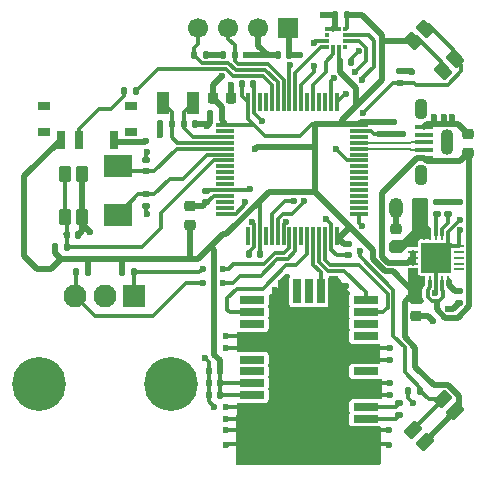
<source format=gbr>
%TF.GenerationSoftware,KiCad,Pcbnew,9.0.2*%
%TF.CreationDate,2025-07-15T12:28:35-04:00*%
%TF.ProjectId,GPSWatch,47505357-6174-4636-982e-6b696361645f,rev?*%
%TF.SameCoordinates,Original*%
%TF.FileFunction,Copper,L1,Top*%
%TF.FilePolarity,Positive*%
%FSLAX46Y46*%
G04 Gerber Fmt 4.6, Leading zero omitted, Abs format (unit mm)*
G04 Created by KiCad (PCBNEW 9.0.2) date 2025-07-15 12:28:35*
%MOMM*%
%LPD*%
G01*
G04 APERTURE LIST*
G04 Aperture macros list*
%AMRoundRect*
0 Rectangle with rounded corners*
0 $1 Rounding radius*
0 $2 $3 $4 $5 $6 $7 $8 $9 X,Y pos of 4 corners*
0 Add a 4 corners polygon primitive as box body*
4,1,4,$2,$3,$4,$5,$6,$7,$8,$9,$2,$3,0*
0 Add four circle primitives for the rounded corners*
1,1,$1+$1,$2,$3*
1,1,$1+$1,$4,$5*
1,1,$1+$1,$6,$7*
1,1,$1+$1,$8,$9*
0 Add four rect primitives between the rounded corners*
20,1,$1+$1,$2,$3,$4,$5,0*
20,1,$1+$1,$4,$5,$6,$7,0*
20,1,$1+$1,$6,$7,$8,$9,0*
20,1,$1+$1,$8,$9,$2,$3,0*%
G04 Aperture macros list end*
%TA.AperFunction,SMDPad,CuDef*%
%ADD10RoundRect,0.075000X-0.700000X-0.075000X0.700000X-0.075000X0.700000X0.075000X-0.700000X0.075000X0*%
%TD*%
%TA.AperFunction,SMDPad,CuDef*%
%ADD11RoundRect,0.075000X-0.075000X-0.700000X0.075000X-0.700000X0.075000X0.700000X-0.075000X0.700000X0*%
%TD*%
%TA.AperFunction,SMDPad,CuDef*%
%ADD12RoundRect,0.140000X0.140000X0.170000X-0.140000X0.170000X-0.140000X-0.170000X0.140000X-0.170000X0*%
%TD*%
%TA.AperFunction,SMDPad,CuDef*%
%ADD13R,0.700000X1.500000*%
%TD*%
%TA.AperFunction,SMDPad,CuDef*%
%ADD14R,1.000000X0.800000*%
%TD*%
%TA.AperFunction,SMDPad,CuDef*%
%ADD15RoundRect,0.135000X-0.185000X0.135000X-0.185000X-0.135000X0.185000X-0.135000X0.185000X0.135000X0*%
%TD*%
%TA.AperFunction,SMDPad,CuDef*%
%ADD16RoundRect,0.225000X0.250000X-0.225000X0.250000X0.225000X-0.250000X0.225000X-0.250000X-0.225000X0*%
%TD*%
%TA.AperFunction,HeatsinkPad*%
%ADD17R,2.500000X2.500000*%
%TD*%
%TA.AperFunction,SMDPad,CuDef*%
%ADD18RoundRect,0.062500X0.350000X-0.062500X0.350000X0.062500X-0.350000X0.062500X-0.350000X-0.062500X0*%
%TD*%
%TA.AperFunction,SMDPad,CuDef*%
%ADD19RoundRect,0.062500X0.062500X-0.350000X0.062500X0.350000X-0.062500X0.350000X-0.062500X-0.350000X0*%
%TD*%
%TA.AperFunction,SMDPad,CuDef*%
%ADD20RoundRect,0.225000X-0.250000X0.225000X-0.250000X-0.225000X0.250000X-0.225000X0.250000X0.225000X0*%
%TD*%
%TA.AperFunction,ComponentPad*%
%ADD21RoundRect,0.250000X0.350000X0.625000X-0.350000X0.625000X-0.350000X-0.625000X0.350000X-0.625000X0*%
%TD*%
%TA.AperFunction,ComponentPad*%
%ADD22O,1.200000X1.750000*%
%TD*%
%TA.AperFunction,HeatsinkPad*%
%ADD23O,1.100000X1.800000*%
%TD*%
%TA.AperFunction,HeatsinkPad*%
%ADD24O,1.100000X2.200000*%
%TD*%
%TA.AperFunction,SMDPad,CuDef*%
%ADD25R,1.500000X0.450000*%
%TD*%
%TA.AperFunction,SMDPad,CuDef*%
%ADD26RoundRect,0.250000X-0.275000X0.450000X-0.275000X-0.450000X0.275000X-0.450000X0.275000X0.450000X0*%
%TD*%
%TA.AperFunction,SMDPad,CuDef*%
%ADD27RoundRect,0.140000X-0.140000X-0.170000X0.140000X-0.170000X0.140000X0.170000X-0.140000X0.170000X0*%
%TD*%
%TA.AperFunction,SMDPad,CuDef*%
%ADD28RoundRect,0.135000X0.135000X0.185000X-0.135000X0.185000X-0.135000X-0.185000X0.135000X-0.185000X0*%
%TD*%
%TA.AperFunction,SMDPad,CuDef*%
%ADD29R,0.300000X0.350000*%
%TD*%
%TA.AperFunction,SMDPad,CuDef*%
%ADD30R,0.350000X0.300000*%
%TD*%
%TA.AperFunction,SMDPad,CuDef*%
%ADD31RoundRect,0.135000X0.185000X-0.135000X0.185000X0.135000X-0.185000X0.135000X-0.185000X-0.135000X0*%
%TD*%
%TA.AperFunction,SMDPad,CuDef*%
%ADD32RoundRect,0.140000X-0.170000X0.140000X-0.170000X-0.140000X0.170000X-0.140000X0.170000X0.140000X0*%
%TD*%
%TA.AperFunction,SMDPad,CuDef*%
%ADD33R,1.100000X1.900000*%
%TD*%
%TA.AperFunction,SMDPad,CuDef*%
%ADD34RoundRect,0.135000X-0.135000X-0.185000X0.135000X-0.185000X0.135000X0.185000X-0.135000X0.185000X0*%
%TD*%
%TA.AperFunction,ComponentPad*%
%ADD35R,1.700000X1.700000*%
%TD*%
%TA.AperFunction,ComponentPad*%
%ADD36C,1.700000*%
%TD*%
%TA.AperFunction,SMDPad,CuDef*%
%ADD37RoundRect,0.140000X0.170000X-0.140000X0.170000X0.140000X-0.170000X0.140000X-0.170000X-0.140000X0*%
%TD*%
%TA.AperFunction,SMDPad,CuDef*%
%ADD38R,2.400000X1.900000*%
%TD*%
%TA.AperFunction,SMDPad,CuDef*%
%ADD39RoundRect,0.250000X0.512652X-0.123744X-0.123744X0.512652X-0.512652X0.123744X0.123744X-0.512652X0*%
%TD*%
%TA.AperFunction,SMDPad,CuDef*%
%ADD40RoundRect,0.218750X-0.256250X0.218750X-0.256250X-0.218750X0.256250X-0.218750X0.256250X0.218750X0*%
%TD*%
%TA.AperFunction,SMDPad,CuDef*%
%ADD41RoundRect,0.225000X-0.225000X-0.250000X0.225000X-0.250000X0.225000X0.250000X-0.225000X0.250000X0*%
%TD*%
%TA.AperFunction,SMDPad,CuDef*%
%ADD42RoundRect,0.250000X-0.123744X-0.512652X0.512652X0.123744X0.123744X0.512652X-0.512652X-0.123744X0*%
%TD*%
%TA.AperFunction,ComponentPad*%
%ADD43R,1.950000X1.950000*%
%TD*%
%TA.AperFunction,ComponentPad*%
%ADD44C,1.950000*%
%TD*%
%TA.AperFunction,ComponentPad*%
%ADD45C,4.562000*%
%TD*%
%TA.AperFunction,SMDPad,CuDef*%
%ADD46R,2.150000X0.700000*%
%TD*%
%TA.AperFunction,SMDPad,CuDef*%
%ADD47R,0.700000X2.150000*%
%TD*%
%TA.AperFunction,ViaPad*%
%ADD48C,0.600000*%
%TD*%
%TA.AperFunction,Conductor*%
%ADD49C,0.300000*%
%TD*%
%TA.AperFunction,Conductor*%
%ADD50C,0.500000*%
%TD*%
%TA.AperFunction,Conductor*%
%ADD51C,0.200000*%
%TD*%
G04 APERTURE END LIST*
D10*
%TO.P,U2,1,VBAT*%
%TO.N,+3.3V*%
X125425000Y-113950000D03*
%TO.P,U2,2,PC13*%
%TO.N,unconnected-(U2-PC13-Pad2)*%
X125425000Y-114450000D03*
%TO.P,U2,3,PC14*%
%TO.N,/LSE_IN*%
X125425000Y-114950000D03*
%TO.P,U2,4,PC15*%
%TO.N,/LSE_OUT*%
X125425000Y-115450000D03*
%TO.P,U2,5,PH0*%
%TO.N,/HSE_IN*%
X125425000Y-115950000D03*
%TO.P,U2,6,PH1*%
%TO.N,/HSE_OUT*%
X125425000Y-116450000D03*
%TO.P,U2,7,NRST*%
%TO.N,Net-(U2-NRST)*%
X125425000Y-116950000D03*
%TO.P,U2,8,PC0*%
%TO.N,unconnected-(U2-PC0-Pad8)*%
X125425000Y-117450000D03*
%TO.P,U2,9,PC1*%
%TO.N,unconnected-(U2-PC1-Pad9)*%
X125425000Y-117950000D03*
%TO.P,U2,10,PC2*%
%TO.N,unconnected-(U2-PC2-Pad10)*%
X125425000Y-118450000D03*
%TO.P,U2,11,PC3*%
%TO.N,unconnected-(U2-PC3-Pad11)*%
X125425000Y-118950000D03*
%TO.P,U2,12,VSSA*%
%TO.N,GND*%
X125425000Y-119450000D03*
%TO.P,U2,13,VDDA*%
%TO.N,Net-(U2-VDDA)*%
X125425000Y-119950000D03*
%TO.P,U2,14,PA0*%
%TO.N,unconnected-(U2-PA0-Pad14)*%
X125425000Y-120450000D03*
%TO.P,U2,15,PA1*%
%TO.N,unconnected-(U2-PA1-Pad15)*%
X125425000Y-120950000D03*
%TO.P,U2,16,PA2*%
%TO.N,/SD_CS*%
X125425000Y-121450000D03*
D11*
%TO.P,U2,17,PA3*%
%TO.N,unconnected-(U2-PA3-Pad17)*%
X127350000Y-123375000D03*
%TO.P,U2,18,VSS*%
%TO.N,GND*%
X127850000Y-123375000D03*
%TO.P,U2,19,VDD*%
%TO.N,+3.3V*%
X128350000Y-123375000D03*
%TO.P,U2,20,PA4*%
%TO.N,unconnected-(U2-PA4-Pad20)*%
X128850000Y-123375000D03*
%TO.P,U2,21,PA5*%
%TO.N,/SD_SCK*%
X129350000Y-123375000D03*
%TO.P,U2,22,PA6*%
%TO.N,/SD_MISO*%
X129850000Y-123375000D03*
%TO.P,U2,23,PA7*%
%TO.N,/SD_MOSI*%
X130350000Y-123375000D03*
%TO.P,U2,24,PC4*%
%TO.N,/ENC_A*%
X130850000Y-123375000D03*
%TO.P,U2,25,PC5*%
%TO.N,/ENC_B*%
X131350000Y-123375000D03*
%TO.P,U2,26,PB0*%
%TO.N,unconnected-(U2-PB0-Pad26)*%
X131850000Y-123375000D03*
%TO.P,U2,27,PB1*%
%TO.N,/3D_FIX*%
X132350000Y-123375000D03*
%TO.P,U2,28,PB2*%
%TO.N,/GPS_FON*%
X132850000Y-123375000D03*
%TO.P,U2,29,PB10*%
%TO.N,/GPS_RX*%
X133350000Y-123375000D03*
%TO.P,U2,30,PB11*%
%TO.N,/GPS_TX*%
X133850000Y-123375000D03*
%TO.P,U2,31,VSS*%
%TO.N,GND*%
X134350000Y-123375000D03*
%TO.P,U2,32,VDD*%
%TO.N,+3.3V*%
X134850000Y-123375000D03*
D10*
%TO.P,U2,33,PB12*%
%TO.N,/BTN_BCK*%
X136775000Y-121450000D03*
%TO.P,U2,34,PB13*%
%TO.N,unconnected-(U2-PB13-Pad34)*%
X136775000Y-120950000D03*
%TO.P,U2,35,PB14*%
%TO.N,unconnected-(U2-PB14-Pad35)*%
X136775000Y-120450000D03*
%TO.P,U2,36,PB15*%
%TO.N,unconnected-(U2-PB15-Pad36)*%
X136775000Y-119950000D03*
%TO.P,U2,37,PC6*%
%TO.N,unconnected-(U2-PC6-Pad37)*%
X136775000Y-119450000D03*
%TO.P,U2,38,PC7*%
%TO.N,unconnected-(U2-PC7-Pad38)*%
X136775000Y-118950000D03*
%TO.P,U2,39,PC8*%
%TO.N,unconnected-(U2-PC8-Pad39)*%
X136775000Y-118450000D03*
%TO.P,U2,40,PC9*%
%TO.N,unconnected-(U2-PC9-Pad40)*%
X136775000Y-117950000D03*
%TO.P,U2,41,PA8*%
%TO.N,unconnected-(U2-PA8-Pad41)*%
X136775000Y-117450000D03*
%TO.P,U2,42,PA9*%
%TO.N,/BTN_SEL*%
X136775000Y-116950000D03*
%TO.P,U2,43,PA10*%
%TO.N,unconnected-(U2-PA10-Pad43)*%
X136775000Y-116450000D03*
%TO.P,U2,44,PA11*%
%TO.N,/USB_D-*%
X136775000Y-115950000D03*
%TO.P,U2,45,PA12*%
%TO.N,/USB_D+*%
X136775000Y-115450000D03*
%TO.P,U2,46,PA13*%
%TO.N,unconnected-(U2-PA13-Pad46)*%
X136775000Y-114950000D03*
%TO.P,U2,47,VSS*%
%TO.N,GND*%
X136775000Y-114450000D03*
%TO.P,U2,48,VDDUSB*%
%TO.N,+3.3V*%
X136775000Y-113950000D03*
D11*
%TO.P,U2,49,PA14*%
%TO.N,/ACCEl_INT2*%
X134850000Y-112025000D03*
%TO.P,U2,50,PA15*%
%TO.N,/ACCEl_INT1*%
X134350000Y-112025000D03*
%TO.P,U2,51,PC10*%
%TO.N,unconnected-(U2-PC10-Pad51)*%
X133850000Y-112025000D03*
%TO.P,U2,52,PC11*%
%TO.N,unconnected-(U2-PC11-Pad52)*%
X133350000Y-112025000D03*
%TO.P,U2,53,PC12*%
%TO.N,/ACC_MOSI*%
X132850000Y-112025000D03*
%TO.P,U2,54,PD2*%
%TO.N,unconnected-(U2-PD2-Pad54)*%
X132350000Y-112025000D03*
%TO.P,U2,55,PB3*%
%TO.N,/ACC_SCK*%
X131850000Y-112025000D03*
%TO.P,U2,56,PB4*%
%TO.N,/ACC_MISO*%
X131350000Y-112025000D03*
%TO.P,U2,57,PB5*%
%TO.N,/SD_DET*%
X130850000Y-112025000D03*
%TO.P,U2,58,PB6*%
%TO.N,/DISP_SCL*%
X130350000Y-112025000D03*
%TO.P,U2,59,PB7*%
%TO.N,/DISP_SDA*%
X129850000Y-112025000D03*
%TO.P,U2,60,BOOT0*%
%TO.N,Net-(U2-BOOT0)*%
X129350000Y-112025000D03*
%TO.P,U2,61,PB8*%
%TO.N,unconnected-(U2-PB8-Pad61)*%
X128850000Y-112025000D03*
%TO.P,U2,62,PB9*%
%TO.N,unconnected-(U2-PB9-Pad62)*%
X128350000Y-112025000D03*
%TO.P,U2,63,VSS*%
%TO.N,GND*%
X127850000Y-112025000D03*
%TO.P,U2,64,VDD*%
%TO.N,+3.3V*%
X127350000Y-112025000D03*
%TD*%
D12*
%TO.P,C15,2*%
%TO.N,GND*%
X124145000Y-113000000D03*
%TO.P,C15,1*%
%TO.N,+3.3V*%
X125105000Y-113000000D03*
%TD*%
D13*
%TO.P,SW1,3,C*%
%TO.N,+3.3V*%
X111500000Y-115200000D03*
%TO.P,SW1,2,B*%
%TO.N,Net-(SW1-B)*%
X113000000Y-115200000D03*
%TO.P,SW1,1,A*%
%TO.N,GND*%
X116000000Y-115200000D03*
D14*
%TO.P,SW1,*%
%TO.N,*%
X110100000Y-112340000D03*
X110100000Y-114550000D03*
X117400000Y-112340000D03*
X117400000Y-114550000D03*
%TD*%
D15*
%TO.P,R11,2*%
%TO.N,/BTN_SEL*%
X140200000Y-110410000D03*
%TO.P,R11,1*%
%TO.N,GND*%
X140200000Y-109390000D03*
%TD*%
D16*
%TO.P,C1,2*%
%TO.N,GND*%
X145965500Y-114725000D03*
%TO.P,C1,1*%
%TO.N,/VBUS*%
X145965500Y-116275000D03*
%TD*%
D17*
%TO.P,U4,21,V_{SS}*%
%TO.N,GND*%
X143275000Y-125175000D03*
D18*
%TO.P,U4,20,OUT*%
%TO.N,+3.3V*%
X141337500Y-126175000D03*
%TO.P,U4,19,IN*%
%TO.N,/VBUS*%
X141337500Y-125675000D03*
%TO.P,U4,18,IN*%
X141337500Y-125175000D03*
%TO.P,U4,17,CE*%
X141337500Y-124675000D03*
%TO.P,U4,16,V_{BAT_SENSE}*%
%TO.N,Net-(J1-Pin_1)*%
X141337500Y-124175000D03*
D19*
%TO.P,U4,15,V_{BAT}*%
X142275000Y-123237500D03*
%TO.P,U4,14,V_{BAT}*%
X142775000Y-123237500D03*
%TO.P,U4,13,PROG1*%
%TO.N,Net-(U4-PROG1)*%
X143275000Y-123237500D03*
%TO.P,U4,12,PROG3*%
%TO.N,Net-(U4-PROG3)*%
X143775000Y-123237500D03*
%TO.P,U4,11,V_{SS}*%
%TO.N,GND*%
X144275000Y-123237500D03*
D18*
%TO.P,U4,10,V_{SS}*%
X145212500Y-124175000D03*
%TO.P,U4,9,~{TE}*%
%TO.N,unconnected-(U4-~{TE}-Pad9)*%
X145212500Y-124675000D03*
%TO.P,U4,8,STAT1/~{LBO}*%
%TO.N,unconnected-(U4-STAT1{slash}~{LBO}-Pad8)*%
X145212500Y-125175000D03*
%TO.P,U4,7,STAT2*%
%TO.N,unconnected-(U4-STAT2-Pad7)*%
X145212500Y-125675000D03*
%TO.P,U4,6,~{PG}*%
%TO.N,unconnected-(U4-~{PG}-Pad6)*%
X145212500Y-126175000D03*
D19*
%TO.P,U4,5,THERM*%
%TO.N,Net-(U4-THERM)*%
X144275000Y-127112500D03*
%TO.P,U4,4,PROG2*%
%TO.N,/VBUS*%
X143775000Y-127112500D03*
%TO.P,U4,3,SEL*%
%TO.N,GND*%
X143275000Y-127112500D03*
%TO.P,U4,2,VPCC*%
%TO.N,/VBUS*%
X142775000Y-127112500D03*
%TO.P,U4,1,OUT*%
%TO.N,+3.3V*%
X142275000Y-127112500D03*
%TD*%
D20*
%TO.P,C2,1*%
%TO.N,+3.3V*%
X141600000Y-128525000D03*
%TO.P,C2,2*%
%TO.N,GND*%
X141600000Y-130075000D03*
%TD*%
D15*
%TO.P,TH1,1*%
%TO.N,Net-(U4-THERM)*%
X145200000Y-127990000D03*
%TO.P,TH1,2*%
%TO.N,GND*%
X145200000Y-129010000D03*
%TD*%
D21*
%TO.P,J1,1,Pin_1*%
%TO.N,Net-(J1-Pin_1)*%
X141900000Y-121000000D03*
D22*
%TO.P,J1,2,Pin_2*%
%TO.N,GND*%
X139900000Y-121000000D03*
%TD*%
D23*
%TO.P,J2,6,Shield*%
%TO.N,unconnected-(J2-Shield-Pad6)*%
X142015500Y-112600000D03*
D24*
%TO.N,unconnected-(J2-Shield-Pad6)_2*%
X144165500Y-115400000D03*
D23*
%TO.N,unconnected-(J2-Shield-Pad6)_1*%
X142015500Y-118200000D03*
D25*
%TO.P,J2,5,GND*%
%TO.N,GND*%
X142265500Y-114100000D03*
%TO.P,J2,4,ID*%
%TO.N,unconnected-(J2-ID-Pad4)*%
X142265500Y-114750000D03*
%TO.P,J2,3,D+*%
%TO.N,/USB_D+*%
X142265500Y-115400000D03*
%TO.P,J2,2,D-*%
%TO.N,/USB_D-*%
X142265500Y-116050000D03*
%TO.P,J2,1,VBUS*%
%TO.N,/VBUS*%
X142265500Y-116700000D03*
%TD*%
D26*
%TO.P,SW5,1,1*%
%TO.N,GND*%
X113320000Y-118100000D03*
X113320000Y-121700000D03*
%TO.P,SW5,2,2*%
%TO.N,Net-(U2-NRST)*%
X111880000Y-118100000D03*
X111880000Y-121700000D03*
%TD*%
D15*
%TO.P,R1,1*%
%TO.N,GND*%
X143300000Y-120490000D03*
%TO.P,R1,2*%
%TO.N,Net-(U4-PROG1)*%
X143300000Y-121510000D03*
%TD*%
D27*
%TO.P,C18,1*%
%TO.N,+3.3V*%
X135120000Y-108600000D03*
%TO.P,C18,2*%
%TO.N,GND*%
X136080000Y-108600000D03*
%TD*%
D28*
%TO.P,R8,1*%
%TO.N,+3.3V*%
X113810000Y-126400000D03*
%TO.P,R8,2*%
%TO.N,/ENC_B*%
X112790000Y-126400000D03*
%TD*%
D27*
%TO.P,C17,1*%
%TO.N,+3.3V*%
X129880000Y-107980000D03*
%TO.P,C17,2*%
%TO.N,GND*%
X130840000Y-107980000D03*
%TD*%
D12*
%TO.P,C20,1*%
%TO.N,GND*%
X112980000Y-123300000D03*
%TO.P,C20,2*%
%TO.N,Net-(U2-NRST)*%
X112020000Y-123300000D03*
%TD*%
D29*
%TO.P,IC2,1,SDO*%
%TO.N,/ACC_MISO*%
X134050000Y-107375000D03*
%TO.P,IC2,2,SDX*%
%TO.N,/ACC_MOSI*%
X134550000Y-107375000D03*
%TO.P,IC2,3,VDDIO*%
%TO.N,+3.3V*%
X135050000Y-107375000D03*
%TO.P,IC2,4,ASDA*%
%TO.N,unconnected-(IC2-ASDA-Pad4)*%
X135550000Y-107375000D03*
D30*
%TO.P,IC2,5,INT1*%
%TO.N,/ACCEl_INT1*%
X135575000Y-106850000D03*
%TO.P,IC2,6,INT2*%
%TO.N,/ACCEl_INT2*%
X135575000Y-106350000D03*
D29*
%TO.P,IC2,7,VDD*%
%TO.N,+3.3V*%
X135550000Y-105825000D03*
%TO.P,IC2,8,GNDIO*%
%TO.N,GND*%
X135050000Y-105825000D03*
%TO.P,IC2,9,GND*%
X134550000Y-105825000D03*
%TO.P,IC2,10,CSB*%
X134050000Y-105825000D03*
D30*
%TO.P,IC2,11,ASCL*%
%TO.N,unconnected-(IC2-ASCL-Pad11)*%
X134025000Y-106350000D03*
%TO.P,IC2,12,SCX*%
%TO.N,/ACC_SCK*%
X134025000Y-106850000D03*
%TD*%
D31*
%TO.P,R12,1*%
%TO.N,Net-(U1-RF_OUT)*%
X140150000Y-138510000D03*
%TO.P,R12,2*%
%TO.N,Net-(U1-RF_IN)*%
X140150000Y-137490000D03*
%TD*%
D27*
%TO.P,C19,1*%
%TO.N,GND*%
X134720000Y-104600000D03*
%TO.P,C19,2*%
%TO.N,+3.3V*%
X135680000Y-104600000D03*
%TD*%
D20*
%TO.P,C3,1*%
%TO.N,GND*%
X139900000Y-122725000D03*
%TO.P,C3,2*%
%TO.N,Net-(J1-Pin_1)*%
X139900000Y-124275000D03*
%TD*%
D32*
%TO.P,C9,1*%
%TO.N,+3.3V*%
X139600000Y-113720000D03*
%TO.P,C9,2*%
%TO.N,GND*%
X139600000Y-114680000D03*
%TD*%
D33*
%TO.P,Y2,1*%
%TO.N,/LSE_IN*%
X122650000Y-112100000D03*
%TO.P,Y2,2*%
%TO.N,/LSE_OUT*%
X120150000Y-112100000D03*
%TD*%
D34*
%TO.P,R3,1*%
%TO.N,Net-(SW1-B)*%
X116840000Y-111040000D03*
%TO.P,R3,2*%
%TO.N,Net-(U2-BOOT0)*%
X117860000Y-111040000D03*
%TD*%
D35*
%TO.P,J5,1,Pin_1*%
%TO.N,GND*%
X130760000Y-105700000D03*
D36*
%TO.P,J5,2,Pin_2*%
%TO.N,+3.3V*%
X128220000Y-105700000D03*
%TO.P,J5,3,Pin_3*%
%TO.N,/DISP_SCL*%
X125680000Y-105700000D03*
%TO.P,J5,4,Pin_4*%
%TO.N,/DISP_SDA*%
X123140000Y-105700000D03*
%TD*%
D32*
%TO.P,C10,1*%
%TO.N,+3.3V*%
X138500000Y-113720000D03*
%TO.P,C10,2*%
%TO.N,GND*%
X138500000Y-114680000D03*
%TD*%
D37*
%TO.P,C13,1*%
%TO.N,/HSE_IN*%
X118700000Y-117880000D03*
%TO.P,C13,2*%
%TO.N,GND*%
X118700000Y-116920000D03*
%TD*%
D27*
%TO.P,C11,1*%
%TO.N,/LSE_IN*%
X121920000Y-113900000D03*
%TO.P,C11,2*%
%TO.N,GND*%
X122880000Y-113900000D03*
%TD*%
D34*
%TO.P,R10,1*%
%TO.N,GND*%
X140890000Y-136450000D03*
%TO.P,R10,2*%
%TO.N,/BTN_BCK*%
X141910000Y-136450000D03*
%TD*%
%TO.P,R6,1*%
%TO.N,+3.3V*%
X110990000Y-124300000D03*
%TO.P,R6,2*%
%TO.N,Net-(U2-NRST)*%
X112010000Y-124300000D03*
%TD*%
D38*
%TO.P,Y3,1*%
%TO.N,/HSE_IN*%
X116300000Y-117450000D03*
%TO.P,Y3,2*%
%TO.N,/HSE_OUT*%
X116300000Y-121550000D03*
%TD*%
D39*
%TO.P,SW3,1,1*%
%TO.N,+3.3V*%
X143877350Y-109413818D03*
X141331766Y-106868234D03*
%TO.P,SW3,2,2*%
%TO.N,/BTN_SEL*%
X144895584Y-108395584D03*
X142350000Y-105850000D03*
%TD*%
D12*
%TO.P,C12,1*%
%TO.N,/LSE_OUT*%
X120880000Y-113900000D03*
%TO.P,C12,2*%
%TO.N,GND*%
X119920000Y-113900000D03*
%TD*%
D34*
%TO.P,R5,1*%
%TO.N,+3.3V*%
X125190000Y-108000000D03*
%TO.P,R5,2*%
%TO.N,/DISP_SCL*%
X126210000Y-108000000D03*
%TD*%
D12*
%TO.P,C23,1*%
%TO.N,+3.3V*%
X124980000Y-134800000D03*
%TO.P,C23,2*%
%TO.N,GND*%
X124020000Y-134800000D03*
%TD*%
D28*
%TO.P,R4,1*%
%TO.N,+3.3V*%
X123810000Y-108000000D03*
%TO.P,R4,2*%
%TO.N,/DISP_SDA*%
X122790000Y-108000000D03*
%TD*%
D32*
%TO.P,C14,1*%
%TO.N,/HSE_OUT*%
X118700000Y-119820000D03*
%TO.P,C14,2*%
%TO.N,GND*%
X118700000Y-120780000D03*
%TD*%
D12*
%TO.P,C21,1*%
%TO.N,+3.3V*%
X124980000Y-136800000D03*
%TO.P,C21,2*%
%TO.N,GND*%
X124020000Y-136800000D03*
%TD*%
D32*
%TO.P,C6,1*%
%TO.N,+3.3V*%
X135800000Y-124020000D03*
%TO.P,C6,2*%
%TO.N,GND*%
X135800000Y-124980000D03*
%TD*%
D12*
%TO.P,C7,1*%
%TO.N,+3.3V*%
X128380000Y-124900000D03*
%TO.P,C7,2*%
%TO.N,GND*%
X127420000Y-124900000D03*
%TD*%
D40*
%TO.P,FB1,1*%
%TO.N,Net-(U2-VDDA)*%
X122425000Y-120812500D03*
%TO.P,FB1,2*%
%TO.N,+3.3V*%
X122425000Y-122387500D03*
%TD*%
D41*
%TO.P,C4,1*%
%TO.N,+3.3V*%
X124350000Y-111700000D03*
%TO.P,C4,2*%
%TO.N,GND*%
X125900000Y-111700000D03*
%TD*%
D37*
%TO.P,C8,1*%
%TO.N,Net-(U2-VDDA)*%
X123800000Y-120500000D03*
%TO.P,C8,2*%
%TO.N,GND*%
X123800000Y-119540000D03*
%TD*%
D15*
%TO.P,R2,1*%
%TO.N,GND*%
X144300000Y-120490000D03*
%TO.P,R2,2*%
%TO.N,Net-(U4-PROG3)*%
X144300000Y-121510000D03*
%TD*%
D34*
%TO.P,R9,1*%
%TO.N,+3.3V*%
X116690000Y-126400000D03*
%TO.P,R9,2*%
%TO.N,/ENC_A*%
X117710000Y-126400000D03*
%TD*%
D27*
%TO.P,C5,1*%
%TO.N,+3.3V*%
X126820000Y-110500000D03*
%TO.P,C5,2*%
%TO.N,GND*%
X127780000Y-110500000D03*
%TD*%
D42*
%TO.P,SW4,1,1*%
%TO.N,/BTN_BCK*%
X141336182Y-139727350D03*
X143881766Y-137181766D03*
%TO.P,SW4,2,2*%
%TO.N,+3.3V*%
X142354416Y-140745584D03*
X144900000Y-138200000D03*
%TD*%
D12*
%TO.P,C22,1*%
%TO.N,+3.3V*%
X124980000Y-135800000D03*
%TO.P,C22,2*%
%TO.N,GND*%
X124020000Y-135800000D03*
%TD*%
D43*
%TO.P,U3,A1,A1*%
%TO.N,/ENC_A*%
X117700000Y-128400000D03*
D44*
%TO.P,U3,B1,B1*%
%TO.N,/ENC_B*%
X112700000Y-128400000D03*
%TO.P,U3,C1,C1*%
%TO.N,GND*%
X115200000Y-128400000D03*
D45*
%TO.P,U3,MH1,MH1*%
X120800000Y-135900000D03*
%TO.P,U3,MH2,MH2*%
X109600000Y-135900000D03*
%TD*%
D46*
%TO.P,U1,1*%
%TO.N,N/C*%
X127700000Y-128800000D03*
%TO.P,U1,2,3D_FIX*%
%TO.N,/3D_FIX*%
X127700000Y-129800000D03*
%TO.P,U1,3,I2C_SDA*%
%TO.N,unconnected-(U1-I2C_SDA-Pad3)*%
X127700000Y-130800000D03*
%TO.P,U1,4,GND*%
%TO.N,GND*%
X127700000Y-131800000D03*
%TO.P,U1,5,GND__1*%
X127700000Y-132800000D03*
%TO.P,U1,6,I2C_SCL*%
%TO.N,unconnected-(U1-I2C_SCL-Pad6)*%
X127700000Y-133800000D03*
%TO.P,U1,7,EXTINT0*%
%TO.N,unconnected-(U1-EXTINT0-Pad7)*%
X127700000Y-134800000D03*
%TO.P,U1,8,V_BCKP*%
%TO.N,+3.3V*%
X127700000Y-135800000D03*
%TO.P,U1,9,VCC*%
X127700000Y-136800000D03*
%TO.P,U1,10,GND__2*%
%TO.N,GND*%
X127700000Y-137800000D03*
%TO.P,U1,11,GND__3*%
X127700000Y-138800000D03*
%TO.P,U1,12,GND__4*%
X127700000Y-139800000D03*
%TO.P,U1,13,GND__5*%
X127700000Y-140950000D03*
%TO.P,U1,14,GND__6*%
X137300000Y-140950000D03*
%TO.P,U1,15,GND__7*%
X137300000Y-139800000D03*
%TO.P,U1,16,RF_OUT*%
%TO.N,Net-(U1-RF_OUT)*%
X137300000Y-138800000D03*
%TO.P,U1,17,RF_IN*%
%TO.N,Net-(U1-RF_IN)*%
X137300000Y-137800000D03*
%TO.P,U1,18,GND__8*%
%TO.N,GND*%
X137300000Y-136800000D03*
%TO.P,U1,19,GND__9*%
X137300000Y-135800000D03*
%TO.P,U1,20,JAM_DET*%
%TO.N,unconnected-(U1-JAM_DET-Pad20)*%
X137300000Y-134800000D03*
%TO.P,U1,21,GND__10*%
%TO.N,GND*%
X137300000Y-133800000D03*
%TO.P,U1,22,GND__11*%
X137300000Y-132800000D03*
%TO.P,U1,23,~{RESET}*%
%TO.N,unconnected-(U1-~{RESET}-Pad23)*%
X137300000Y-131800000D03*
%TO.P,U1,24,GEO_FENCE*%
%TO.N,unconnected-(U1-GEO_FENCE-Pad24)*%
X137300000Y-130800000D03*
%TO.P,U1,25,TXD1*%
%TO.N,/GPS_TX*%
X137300000Y-129800000D03*
%TO.P,U1,26,RXD1*%
%TO.N,/GPS_RX*%
X137300000Y-128800000D03*
D47*
%TO.P,U1,27,GND__12*%
%TO.N,GND*%
X134500000Y-128000000D03*
%TO.P,U1,28,FORCE_ON*%
%TO.N,/GPS_FON*%
X133500000Y-128000000D03*
%TO.P,U1,29,TIMEPULSE*%
%TO.N,unconnected-(U1-TIMEPULSE-Pad29)*%
X132500000Y-128000000D03*
%TO.P,U1,30,ANTON*%
%TO.N,unconnected-(U1-ANTON-Pad30)*%
X131500000Y-128000000D03*
%TO.P,U1,31,GND__13*%
%TO.N,GND*%
X130500000Y-128000000D03*
%TD*%
D48*
%TO.N,GND*%
X141300000Y-137450000D03*
X141250000Y-109450000D03*
%TO.N,/SD_DET*%
X130900000Y-108900000D03*
%TO.N,/SD_MISO*%
X132050003Y-120350000D03*
%TO.N,+3.3V*%
X127900000Y-116000000D03*
%TO.N,/SD_SCK*%
X131250000Y-120350000D03*
%TO.N,/SD_MOSI*%
X130551200Y-122143748D03*
%TO.N,/SD_CS*%
X127100000Y-120500000D03*
%TO.N,GND*%
X127500000Y-119400000D03*
%TO.N,+3.3V*%
X125100000Y-109822000D03*
X124500000Y-108000000D03*
X127200000Y-108000000D03*
%TO.N,/BTN_SEL*%
X134800000Y-116000000D03*
X137100000Y-112900000D03*
%TO.N,GND*%
X128500000Y-113600000D03*
%TO.N,/BTN_BCK*%
X137000000Y-122500000D03*
X136800000Y-124600000D03*
%TO.N,GND*%
X118700000Y-115300000D03*
%TO.N,/ACC_SCK*%
X132900000Y-107000000D03*
X132909620Y-108909620D03*
%TO.N,/ACCEl_INT1*%
X136400000Y-109500000D03*
X134600000Y-110000000D03*
%TO.N,/ACCEl_INT2*%
X135600000Y-111300000D03*
X137000000Y-110100000D03*
%TO.N,GND*%
X133700000Y-104600000D03*
X136700000Y-107700000D03*
X125500000Y-141000000D03*
X125500000Y-139800000D03*
X125500000Y-138800000D03*
X125500000Y-137800000D03*
X125500000Y-132800000D03*
X125500000Y-131800000D03*
X129600000Y-127900000D03*
X135600000Y-127600000D03*
X139300000Y-139800000D03*
X139300000Y-141000000D03*
X139400000Y-136800000D03*
X139400000Y-135800000D03*
X139400000Y-133800000D03*
X139400000Y-132800000D03*
X114000000Y-123000000D03*
%TO.N,/ENC_B*%
X123500000Y-127300000D03*
X125250000Y-127300000D03*
%TO.N,/ENC_A*%
X125250000Y-126100000D03*
X123500000Y-126100000D03*
%TO.N,GND*%
X119900000Y-114800000D03*
X125900000Y-110600000D03*
X123900000Y-114000000D03*
X118800000Y-116200000D03*
X118800000Y-121500000D03*
X123700000Y-133700000D03*
X127700000Y-122168907D03*
X145300000Y-120500000D03*
X143000000Y-130500000D03*
X145300000Y-122000000D03*
X145326000Y-122800000D03*
X144300000Y-129500000D03*
X143200000Y-128200000D03*
X124500000Y-137800000D03*
X133900000Y-121900000D03*
X144600000Y-113300000D03*
X143900000Y-113300000D03*
X143100000Y-113300000D03*
X131700000Y-108000000D03*
X140500000Y-114700000D03*
%TD*%
D49*
%TO.N,GND*%
X140890000Y-137040000D02*
X141300000Y-137450000D01*
X140890000Y-136450000D02*
X140890000Y-137040000D01*
%TO.N,/BTN_BCK*%
X142641766Y-137181766D02*
X143881766Y-137181766D01*
X141910000Y-136450000D02*
X142641766Y-137181766D01*
X141910000Y-136210000D02*
X140600000Y-134900000D01*
X141910000Y-136450000D02*
X141910000Y-136210000D01*
%TO.N,Net-(U1-RF_OUT)*%
X139860000Y-138800000D02*
X140150000Y-138510000D01*
X137300000Y-138800000D02*
X139860000Y-138800000D01*
%TO.N,Net-(U1-RF_IN)*%
X139840000Y-137800000D02*
X140150000Y-137490000D01*
X137300000Y-137800000D02*
X139840000Y-137800000D01*
D50*
%TO.N,+3.3V*%
X142354416Y-140745584D02*
X144900000Y-138200000D01*
D49*
%TO.N,/BTN_BCK*%
X143881766Y-137181766D02*
X141336182Y-139727350D01*
D50*
%TO.N,+3.3V*%
X140975000Y-128525000D02*
X141600000Y-128525000D01*
X140600000Y-128900000D02*
X140975000Y-128525000D01*
X140600000Y-131900000D02*
X140600000Y-128900000D01*
X141500000Y-134400000D02*
X141500000Y-132800000D01*
X143063216Y-135963216D02*
X141500000Y-134400000D01*
X141500000Y-132800000D02*
X140600000Y-131900000D01*
X144290978Y-135963216D02*
X143063216Y-135963216D01*
X145200000Y-136872238D02*
X144290978Y-135963216D01*
X144900000Y-138200000D02*
X145200000Y-137900000D01*
X145200000Y-137900000D02*
X145200000Y-136872238D01*
X138700000Y-107000000D02*
X138831766Y-106868234D01*
X138700000Y-107000000D02*
X138700000Y-106300000D01*
X138831766Y-106868234D02*
X141331766Y-106868234D01*
D49*
%TO.N,/BTN_SEL*%
X141522368Y-110532368D02*
X141400000Y-110410000D01*
X144245140Y-110532368D02*
X141522368Y-110532368D01*
X145390559Y-108890559D02*
X145390559Y-109386949D01*
X145390559Y-109386949D02*
X144245140Y-110532368D01*
X144895584Y-108395584D02*
X145390559Y-108890559D01*
D50*
%TO.N,GND*%
X141190000Y-109390000D02*
X141250000Y-109450000D01*
X140200000Y-109390000D02*
X141190000Y-109390000D01*
%TO.N,Net-(U4-THERM)*%
X144376000Y-127485999D02*
X144376000Y-127112500D01*
X144880001Y-127990000D02*
X144376000Y-127485999D01*
X145200000Y-127990000D02*
X144880001Y-127990000D01*
%TO.N,GND*%
X144710000Y-129500000D02*
X145200000Y-129010000D01*
X144300000Y-129500000D02*
X144710000Y-129500000D01*
%TO.N,/VBUS*%
X143300000Y-129562075D02*
X143300000Y-128951000D01*
X146076000Y-129286472D02*
X145111472Y-130251000D01*
X145111472Y-130251000D02*
X143988925Y-130251000D01*
X143988925Y-130251000D02*
X143300000Y-129562075D01*
X145965500Y-116275000D02*
X146076000Y-116385500D01*
X146076000Y-116385500D02*
X146076000Y-129286472D01*
D49*
%TO.N,/ENC_B*%
X112790000Y-128310000D02*
X112700000Y-128400000D01*
X112790000Y-126400000D02*
X112790000Y-128310000D01*
D50*
%TO.N,+3.3V*%
X113810000Y-125310000D02*
X113810000Y-126400000D01*
D49*
%TO.N,/LSE_IN*%
X121920000Y-112830000D02*
X122650000Y-112100000D01*
X121920000Y-113900000D02*
X121920000Y-112830000D01*
%TO.N,/SD_DET*%
X130850000Y-108950000D02*
X130900000Y-108900000D01*
X130850000Y-112025000D02*
X130850000Y-108950000D01*
%TO.N,/SD_MISO*%
X132050003Y-120470651D02*
X131027906Y-121492748D01*
X132050003Y-120350000D02*
X132050003Y-120470651D01*
X131027906Y-121492748D02*
X130281546Y-121492748D01*
D50*
%TO.N,+3.3V*%
X128100000Y-115800000D02*
X127900000Y-116000000D01*
X133000000Y-115800000D02*
X133000000Y-113849000D01*
X133000000Y-115800000D02*
X128100000Y-115800000D01*
D49*
X131700000Y-114900000D02*
X132751000Y-113849000D01*
X132751000Y-113849000D02*
X133000000Y-113849000D01*
%TO.N,/SD_SCK*%
X129350000Y-121454000D02*
X129350000Y-123375000D01*
X131250000Y-120350000D02*
X130450000Y-120350000D01*
X129348000Y-121452000D02*
X129350000Y-121454000D01*
X130450000Y-120350000D02*
X129348000Y-121452000D01*
D50*
%TO.N,+3.3V*%
X133000000Y-118000000D02*
X133000000Y-115800000D01*
X133000000Y-119600000D02*
X133000000Y-118000000D01*
X133000000Y-113849000D02*
X135300000Y-113849000D01*
X133000000Y-119600000D02*
X129100000Y-119600000D01*
X129100000Y-119600000D02*
X128600000Y-120100000D01*
X136000000Y-122600000D02*
X133000000Y-119600000D01*
D49*
%TO.N,/SD_MISO*%
X130281546Y-121492748D02*
X129850000Y-121924294D01*
X129850000Y-123375000D02*
X129850000Y-121924294D01*
%TO.N,/SD_MOSI*%
X130350000Y-122344948D02*
X130551200Y-122143748D01*
X130350000Y-123375000D02*
X130350000Y-122344948D01*
%TO.N,+3.3V*%
X128350000Y-120350000D02*
X128600000Y-120100000D01*
X128350000Y-123375000D02*
X128350000Y-120350000D01*
D50*
X128600000Y-120100000D02*
X125500000Y-123200000D01*
X125200000Y-123200000D02*
X124200000Y-124200000D01*
X125500000Y-123200000D02*
X125200000Y-123200000D01*
D49*
%TO.N,/SD_CS*%
X126304534Y-121450000D02*
X125425000Y-121450000D01*
X127100000Y-120500000D02*
X127100000Y-120654534D01*
X127100000Y-120654534D02*
X126304534Y-121450000D01*
%TO.N,GND*%
X127450000Y-119450000D02*
X127500000Y-119400000D01*
X125425000Y-119450000D02*
X127450000Y-119450000D01*
D50*
%TO.N,+3.3V*%
X124350000Y-110572000D02*
X125100000Y-109822000D01*
X124350000Y-111700000D02*
X124350000Y-110572000D01*
D49*
%TO.N,Net-(U2-BOOT0)*%
X125464959Y-109172000D02*
X119728000Y-109172000D01*
X129350000Y-110550000D02*
X128600000Y-109800000D01*
X128600000Y-109800000D02*
X126092958Y-109800000D01*
X129350000Y-112025000D02*
X129350000Y-110550000D01*
X126092958Y-109800000D02*
X125464959Y-109172000D01*
X119728000Y-109172000D02*
X117860000Y-111040000D01*
%TO.N,/DISP_SDA*%
X128807521Y-109299000D02*
X126300479Y-109299000D01*
X123461000Y-108671000D02*
X122790000Y-108000000D01*
X129850000Y-110341479D02*
X128807521Y-109299000D01*
X126300479Y-109299000D02*
X125672479Y-108671000D01*
X125672479Y-108671000D02*
X123461000Y-108671000D01*
X129850000Y-112025000D02*
X129850000Y-110341479D01*
%TO.N,/DISP_SCL*%
X126210000Y-107210000D02*
X126210000Y-108000000D01*
X125680000Y-106680000D02*
X126210000Y-107210000D01*
X125680000Y-105700000D02*
X125680000Y-106680000D01*
X126210000Y-108500000D02*
X126210000Y-108000000D01*
X126508000Y-108798000D02*
X126210000Y-108500000D01*
%TO.N,/DISP_SDA*%
X122790000Y-107410000D02*
X122790000Y-108000000D01*
X123140000Y-107060000D02*
X122790000Y-107410000D01*
X123140000Y-105700000D02*
X123140000Y-107060000D01*
D50*
%TO.N,+3.3V*%
X124500000Y-108000000D02*
X125190000Y-108000000D01*
X124500000Y-108000000D02*
X123810000Y-108000000D01*
X129000000Y-108000000D02*
X127200000Y-108000000D01*
D49*
%TO.N,/BTN_SEL*%
X135750000Y-116950000D02*
X136775000Y-116950000D01*
X134800000Y-116000000D02*
X135750000Y-116950000D01*
X139590000Y-110410000D02*
X137100000Y-112900000D01*
X141400000Y-110410000D02*
X139590000Y-110410000D01*
X145181909Y-108063675D02*
X145282225Y-108163991D01*
X142636325Y-105518091D02*
X145181909Y-108063675D01*
%TO.N,+3.3V*%
X144163675Y-109081909D02*
X141618091Y-106536325D01*
X125425000Y-113950000D02*
X127850000Y-113950000D01*
X127850000Y-113950000D02*
X128150000Y-114250000D01*
X128150000Y-114250000D02*
X128800000Y-114900000D01*
X128800000Y-114900000D02*
X131700000Y-114900000D01*
X127350000Y-113450000D02*
X128150000Y-114250000D01*
X127350000Y-112025000D02*
X127350000Y-113450000D01*
%TO.N,GND*%
X127850000Y-112950000D02*
X128500000Y-113600000D01*
X127850000Y-112025000D02*
X127850000Y-112950000D01*
D50*
%TO.N,+3.3V*%
X129000000Y-108000000D02*
X129100000Y-108000000D01*
X128220000Y-107220000D02*
X129000000Y-108000000D01*
X129860000Y-108000000D02*
X129880000Y-107980000D01*
X129100000Y-108000000D02*
X129860000Y-108000000D01*
D49*
%TO.N,/BTN_BCK*%
X136775000Y-122275000D02*
X137000000Y-122500000D01*
X136775000Y-121450000D02*
X136775000Y-122275000D01*
X139651000Y-127892306D02*
X136800000Y-125041306D01*
X139651000Y-131800942D02*
X139651000Y-127892306D01*
X140600000Y-132749942D02*
X139651000Y-131800942D01*
X140600000Y-134900000D02*
X140600000Y-132749942D01*
X136800000Y-125041306D02*
X136800000Y-124600000D01*
D50*
%TO.N,+3.3V*%
X137900000Y-124500000D02*
X136000000Y-122600000D01*
X137900000Y-125291364D02*
X137900000Y-124500000D01*
X139601000Y-126301000D02*
X138909636Y-126301000D01*
X138909636Y-126301000D02*
X137900000Y-125291364D01*
X141600000Y-128300000D02*
X139601000Y-126301000D01*
X141600000Y-128525000D02*
X141600000Y-128300000D01*
%TO.N,GND*%
X118599000Y-115401000D02*
X118700000Y-115300000D01*
X116201000Y-115401000D02*
X118599000Y-115401000D01*
X116000000Y-115200000D02*
X116201000Y-115401000D01*
D49*
%TO.N,Net-(SW1-B)*%
X115700000Y-112600000D02*
X116840000Y-111460000D01*
X115689000Y-112589000D02*
X115700000Y-112600000D01*
X113000000Y-115200000D02*
X113000000Y-114300000D01*
X113000000Y-114300000D02*
X114711000Y-112589000D01*
X114711000Y-112589000D02*
X115689000Y-112589000D01*
X116840000Y-111460000D02*
X116840000Y-111040000D01*
D50*
%TO.N,+3.3V*%
X108400000Y-125000000D02*
X108400000Y-118300000D01*
X108400000Y-118300000D02*
X111500000Y-115200000D01*
X109500000Y-126100000D02*
X108400000Y-125000000D01*
X110700000Y-126100000D02*
X109500000Y-126100000D01*
X111500000Y-125300000D02*
X110700000Y-126100000D01*
D49*
%TO.N,/ACC_SCK*%
X132909620Y-109490380D02*
X132909620Y-108909620D01*
X131850000Y-112025000D02*
X131850000Y-110550000D01*
X131850000Y-110550000D02*
X132909620Y-109490380D01*
X133050000Y-106850000D02*
X132900000Y-107000000D01*
X134025000Y-106850000D02*
X133050000Y-106850000D01*
%TO.N,/ACC_MISO*%
X131350000Y-109550000D02*
X131350000Y-112025000D01*
X133525000Y-107375000D02*
X131350000Y-109550000D01*
X134050000Y-107375000D02*
X133525000Y-107375000D01*
%TO.N,/ACC_MOSI*%
X134550000Y-107950000D02*
X134550000Y-107375000D01*
X133900000Y-109500000D02*
X133900000Y-108600000D01*
X132850000Y-110550000D02*
X133900000Y-109500000D01*
X133900000Y-108600000D02*
X134550000Y-107950000D01*
X132850000Y-112025000D02*
X132850000Y-110550000D01*
%TO.N,/ACCEl_INT1*%
X134350000Y-110250000D02*
X134600000Y-110000000D01*
X134350000Y-112025000D02*
X134350000Y-110250000D01*
X137351000Y-108549000D02*
X136400000Y-109500000D01*
X136770654Y-106850000D02*
X137351000Y-107430346D01*
X137351000Y-107430346D02*
X137351000Y-108549000D01*
X135575000Y-106850000D02*
X136770654Y-106850000D01*
%TO.N,/ACCEl_INT2*%
X135575000Y-111300000D02*
X134850000Y-112025000D01*
X135600000Y-111300000D02*
X135575000Y-111300000D01*
X137000000Y-110000000D02*
X137000000Y-110100000D01*
X138000000Y-109000000D02*
X137000000Y-110000000D01*
X137550000Y-106350000D02*
X138000000Y-106800000D01*
X138000000Y-106800000D02*
X138000000Y-109000000D01*
X135575000Y-106350000D02*
X137550000Y-106350000D01*
D50*
%TO.N,GND*%
X134720000Y-104600000D02*
X133700000Y-104600000D01*
%TO.N,+3.3V*%
X135120000Y-109420000D02*
X135120000Y-108600000D01*
X136500000Y-112300000D02*
X138700000Y-110100000D01*
X136500000Y-112300000D02*
X136500000Y-110800000D01*
X136500000Y-110800000D02*
X135120000Y-109420000D01*
X137000000Y-104600000D02*
X135680000Y-104600000D01*
X138700000Y-106300000D02*
X137000000Y-104600000D01*
X135300000Y-113849000D02*
X136775000Y-113849000D01*
X135300000Y-113849000D02*
X135300000Y-113500000D01*
X135300000Y-113500000D02*
X136500000Y-112300000D01*
X138700000Y-110100000D02*
X138700000Y-107000000D01*
X136904000Y-113720000D02*
X138500000Y-113720000D01*
X136775000Y-113849000D02*
X136904000Y-113720000D01*
D49*
%TO.N,GND*%
X136080000Y-108320000D02*
X136700000Y-107700000D01*
X136080000Y-108600000D02*
X136080000Y-108320000D01*
X125550000Y-140950000D02*
X125500000Y-141000000D01*
X127700000Y-140950000D02*
X125550000Y-140950000D01*
X127700000Y-139800000D02*
X125500000Y-139800000D01*
X127700000Y-138800000D02*
X125500000Y-138800000D01*
X127700000Y-137800000D02*
X125500000Y-137800000D01*
X127700000Y-132800000D02*
X125500000Y-132800000D01*
X127700000Y-131800000D02*
X125500000Y-131800000D01*
X129700000Y-128000000D02*
X129600000Y-127900000D01*
X130500000Y-128000000D02*
X129700000Y-128000000D01*
X135200000Y-128000000D02*
X135600000Y-127600000D01*
X134500000Y-128000000D02*
X135200000Y-128000000D01*
X137300000Y-139800000D02*
X139300000Y-139800000D01*
X139250000Y-140950000D02*
X139300000Y-141000000D01*
X137300000Y-140950000D02*
X139250000Y-140950000D01*
X137300000Y-136800000D02*
X139400000Y-136800000D01*
X137300000Y-135800000D02*
X139400000Y-135800000D01*
X137300000Y-133800000D02*
X139400000Y-133800000D01*
X137300000Y-132800000D02*
X139400000Y-132800000D01*
%TO.N,+3.3V*%
X135050000Y-108530000D02*
X135120000Y-108600000D01*
X135050000Y-107375000D02*
X135050000Y-108530000D01*
X135680000Y-105695000D02*
X135550000Y-105825000D01*
X135680000Y-104600000D02*
X135680000Y-105695000D01*
D50*
%TO.N,GND*%
X134720000Y-105655000D02*
X134550000Y-105825000D01*
X134720000Y-104600000D02*
X134720000Y-105655000D01*
D49*
X135050000Y-105825000D02*
X134550000Y-105825000D01*
X134050000Y-105825000D02*
X134550000Y-105825000D01*
%TO.N,Net-(U2-NRST)*%
X118400000Y-124300000D02*
X112010000Y-124300000D01*
X120000000Y-122700000D02*
X118400000Y-124300000D01*
X120000000Y-121400000D02*
X120000000Y-122700000D01*
X124450000Y-116950000D02*
X120000000Y-121400000D01*
X125425000Y-116950000D02*
X124450000Y-116950000D01*
X111880000Y-121700000D02*
X111880000Y-118100000D01*
X112020000Y-121840000D02*
X111880000Y-121700000D01*
X112020000Y-123300000D02*
X112020000Y-121840000D01*
D50*
%TO.N,GND*%
X113320000Y-122320000D02*
X114000000Y-123000000D01*
X113320000Y-121700000D02*
X113320000Y-122320000D01*
X113320000Y-121700000D02*
X113320000Y-118100000D01*
X113320000Y-121700000D02*
X113320000Y-122960000D01*
X113320000Y-122960000D02*
X112980000Y-123300000D01*
D49*
%TO.N,Net-(U2-NRST)*%
X112020000Y-124290000D02*
X112010000Y-124300000D01*
X112020000Y-123300000D02*
X112020000Y-124290000D01*
%TO.N,/3D_FIX*%
X132350000Y-124850000D02*
X132350000Y-123375000D01*
X128573000Y-127800000D02*
X130571000Y-125802000D01*
X126400000Y-127800000D02*
X128573000Y-127800000D01*
X131398000Y-125802000D02*
X132350000Y-124850000D01*
X125800000Y-129800000D02*
X125600000Y-129600000D01*
X125600000Y-128600000D02*
X126400000Y-127800000D01*
X130571000Y-125802000D02*
X131398000Y-125802000D01*
X127700000Y-129800000D02*
X125800000Y-129800000D01*
X125600000Y-129600000D02*
X125600000Y-128600000D01*
%TO.N,/ENC_B*%
X114400000Y-130100000D02*
X112700000Y-128400000D01*
X122100000Y-127300000D02*
X119300000Y-130100000D01*
X119300000Y-130100000D02*
X114400000Y-130100000D01*
X126400000Y-127000000D02*
X126100000Y-127300000D01*
X126700000Y-126700000D02*
X126400000Y-127000000D01*
X123500000Y-127300000D02*
X122100000Y-127300000D01*
X128400000Y-126700000D02*
X126700000Y-126700000D01*
X128408520Y-126700000D02*
X128400000Y-126700000D01*
X130192480Y-125301000D02*
X129807520Y-125301000D01*
X129704260Y-125404260D02*
X128408520Y-126700000D01*
X130699000Y-125301000D02*
X130192480Y-125301000D01*
X130700000Y-125300000D02*
X130699000Y-125301000D01*
X126100000Y-127300000D02*
X125250000Y-127300000D01*
X129807520Y-125301000D02*
X129704260Y-125404260D01*
X131350000Y-124650000D02*
X130700000Y-125300000D01*
X131350000Y-123375000D02*
X131350000Y-124650000D01*
%TO.N,/ENC_A*%
X128700000Y-125700000D02*
X129600000Y-124800000D01*
X129600000Y-124800000D02*
X130400000Y-124800000D01*
X130400000Y-124800000D02*
X130850000Y-124350000D01*
X126100000Y-125700000D02*
X128700000Y-125700000D01*
X125700000Y-126100000D02*
X126100000Y-125700000D01*
X130850000Y-124350000D02*
X130850000Y-123375000D01*
X125250000Y-126100000D02*
X125700000Y-126100000D01*
%TO.N,GND*%
X127420000Y-124684534D02*
X127420000Y-124900000D01*
X127850000Y-124254534D02*
X127420000Y-124684534D01*
X127850000Y-123375000D02*
X127850000Y-124254534D01*
%TO.N,+3.3V*%
X128350000Y-124830000D02*
X128280000Y-124900000D01*
X128350000Y-123375000D02*
X128350000Y-124830000D01*
%TO.N,/ENC_A*%
X123200000Y-126400000D02*
X123500000Y-126100000D01*
X117710000Y-126400000D02*
X123200000Y-126400000D01*
X117700000Y-126410000D02*
X117710000Y-126400000D01*
X117700000Y-128400000D02*
X117700000Y-126410000D01*
%TO.N,/GPS_TX*%
X139050000Y-129550000D02*
X139150000Y-129450000D01*
X139150000Y-129450000D02*
X139150000Y-128250000D01*
D50*
%TO.N,GND*%
X119920000Y-114780000D02*
X119900000Y-114800000D01*
X119920000Y-113900000D02*
X119920000Y-114780000D01*
X123800000Y-113900000D02*
X123900000Y-114000000D01*
X122880000Y-113900000D02*
X123800000Y-113900000D01*
X124145000Y-113755000D02*
X123900000Y-114000000D01*
X124145000Y-113000000D02*
X124145000Y-113755000D01*
X125900000Y-111700000D02*
X125900000Y-110600000D01*
%TO.N,+3.3V*%
X125105000Y-112455000D02*
X124350000Y-111700000D01*
X125105000Y-113000000D02*
X125105000Y-112455000D01*
X125105000Y-113529000D02*
X125425000Y-113849000D01*
X125105000Y-113000000D02*
X125105000Y-113529000D01*
D49*
%TO.N,/LSE_IN*%
X121920000Y-114209999D02*
X121920000Y-113900000D01*
X122660001Y-114950000D02*
X121920000Y-114209999D01*
X125425000Y-114950000D02*
X122660001Y-114950000D01*
%TO.N,/LSE_OUT*%
X121350000Y-115450000D02*
X125425000Y-115450000D01*
X120880000Y-114980000D02*
X121350000Y-115450000D01*
X120880000Y-113900000D02*
X120880000Y-114980000D01*
X120880000Y-112830000D02*
X120880000Y-113900000D01*
X120150000Y-112100000D02*
X120880000Y-112830000D01*
%TO.N,/HSE_OUT*%
X119380000Y-119820000D02*
X118700000Y-119820000D01*
X120700000Y-118500000D02*
X119380000Y-119820000D01*
X121800000Y-118500000D02*
X120700000Y-118500000D01*
X123850000Y-116450000D02*
X121800000Y-118500000D01*
X125425000Y-116450000D02*
X123850000Y-116450000D01*
X118030000Y-119820000D02*
X118700000Y-119820000D01*
X116300000Y-121550000D02*
X118030000Y-119820000D01*
%TO.N,/HSE_IN*%
X121350000Y-115950000D02*
X125425000Y-115950000D01*
X119420000Y-117880000D02*
X121350000Y-115950000D01*
X118700000Y-117880000D02*
X119420000Y-117880000D01*
X116730000Y-117880000D02*
X118700000Y-117880000D01*
X116300000Y-117450000D02*
X116730000Y-117880000D01*
%TO.N,GND*%
X118700000Y-116300000D02*
X118800000Y-116200000D01*
X118700000Y-116920000D02*
X118700000Y-116300000D01*
X118700000Y-121400000D02*
X118800000Y-121500000D01*
X118700000Y-120780000D02*
X118700000Y-121400000D01*
X123890000Y-119450000D02*
X123800000Y-119540000D01*
X125425000Y-119450000D02*
X123890000Y-119450000D01*
%TO.N,Net-(U2-VDDA)*%
X123900000Y-120500000D02*
X123800000Y-120500000D01*
X124450000Y-119950000D02*
X123900000Y-120500000D01*
X125425000Y-119950000D02*
X124450000Y-119950000D01*
D50*
X123487500Y-120812500D02*
X123800000Y-120500000D01*
X122425000Y-120812500D02*
X123487500Y-120812500D01*
D49*
%TO.N,GND*%
X123727500Y-119450000D02*
X123637500Y-119540000D01*
D50*
%TO.N,+3.3V*%
X122425000Y-125175000D02*
X122425000Y-122387500D01*
X122300000Y-125300000D02*
X122425000Y-125175000D01*
X122300000Y-125300000D02*
X116700000Y-125300000D01*
D49*
%TO.N,GND*%
X124020000Y-134020000D02*
X123700000Y-133700000D01*
X124020000Y-134800000D02*
X124020000Y-134020000D01*
D50*
%TO.N,+3.3V*%
X124500000Y-124500000D02*
X124500000Y-133400000D01*
X124200000Y-124200000D02*
X124500000Y-124500000D01*
X124200000Y-124200000D02*
X123100000Y-125300000D01*
X124500000Y-133400000D02*
X124980000Y-133880000D01*
X124980000Y-133880000D02*
X124980000Y-134800000D01*
X116700000Y-125600000D02*
X116690000Y-125610000D01*
X116700000Y-125300000D02*
X116700000Y-125600000D01*
X116690000Y-125610000D02*
X116690000Y-126400000D01*
X116700000Y-125300000D02*
X113800000Y-125300000D01*
X113800000Y-125300000D02*
X113810000Y-125310000D01*
X113800000Y-125300000D02*
X111500000Y-125300000D01*
X123100000Y-125300000D02*
X122300000Y-125300000D01*
X110990000Y-124790000D02*
X110990000Y-124300000D01*
X111500000Y-125300000D02*
X110990000Y-124790000D01*
D49*
%TO.N,GND*%
X127850000Y-122318907D02*
X127700000Y-122168907D01*
X127850000Y-123375000D02*
X127850000Y-122318907D01*
D50*
%TO.N,+3.3V*%
X135225000Y-123375000D02*
X136000000Y-122600000D01*
X134951000Y-123375000D02*
X135225000Y-123375000D01*
%TO.N,GND*%
X145290000Y-120490000D02*
X145300000Y-120500000D01*
X144300000Y-120490000D02*
X145290000Y-120490000D01*
X143300000Y-120490000D02*
X144300000Y-120490000D01*
D49*
%TO.N,/GPS_TX*%
X136695740Y-125795740D02*
X136600000Y-125795740D01*
X139150000Y-128250000D02*
X136695740Y-125795740D01*
X136600000Y-125795740D02*
X134304260Y-125795740D01*
D50*
%TO.N,GND*%
X142575000Y-130075000D02*
X143000000Y-130500000D01*
X141600000Y-130075000D02*
X142575000Y-130075000D01*
%TO.N,/VBUS*%
X141674000Y-116726000D02*
X142239500Y-116726000D01*
X138700000Y-119700000D02*
X141674000Y-116726000D01*
X138700000Y-125100000D02*
X138700000Y-119700000D01*
X139200000Y-125600000D02*
X138700000Y-125100000D01*
X140912500Y-125600000D02*
X139200000Y-125600000D01*
X141337500Y-125175000D02*
X140912500Y-125600000D01*
X141337500Y-125175000D02*
X141337500Y-125599000D01*
X141337500Y-125175000D02*
X141337500Y-124751000D01*
%TO.N,GND*%
X139900000Y-121000000D02*
X139900000Y-122725000D01*
D49*
X144275000Y-123025000D02*
X145300000Y-122000000D01*
X144275000Y-123237500D02*
X144275000Y-123025000D01*
X145212500Y-122913500D02*
X145326000Y-122800000D01*
X145212500Y-124175000D02*
X145212500Y-122913500D01*
%TO.N,/VBUS*%
X142775000Y-127699000D02*
X142775000Y-127112500D01*
X142549000Y-127925000D02*
X142775000Y-127699000D01*
X142549000Y-128469654D02*
X142549000Y-127925000D01*
X142930346Y-128851000D02*
X142549000Y-128469654D01*
X143549000Y-128851000D02*
X142930346Y-128851000D01*
X143869000Y-128531000D02*
X143549000Y-128851000D01*
X143869000Y-127969000D02*
X143869000Y-128531000D01*
X143775000Y-127875000D02*
X143869000Y-127969000D01*
X143775000Y-127112500D02*
X143775000Y-127875000D01*
%TO.N,GND*%
X143275000Y-128125000D02*
X143200000Y-128200000D01*
X143275000Y-127112500D02*
X143275000Y-128125000D01*
%TO.N,Net-(U4-PROG3)*%
X144300000Y-122213490D02*
X144300000Y-121510000D01*
X143775000Y-122738490D02*
X144300000Y-122213490D01*
X143775000Y-123237500D02*
X143775000Y-122738490D01*
%TO.N,Net-(U4-PROG1)*%
X143275000Y-121535000D02*
X143300000Y-121510000D01*
X143275000Y-123237500D02*
X143275000Y-121535000D01*
%TO.N,GND*%
X124020000Y-137320000D02*
X124500000Y-137800000D01*
X124020000Y-136800000D02*
X124020000Y-137320000D01*
X124020000Y-134800000D02*
X124020000Y-135800000D01*
X124020000Y-136800000D02*
X124020000Y-135800000D01*
%TO.N,+3.3V*%
X124980000Y-136800000D02*
X124980000Y-135800000D01*
X124980000Y-134800000D02*
X124980000Y-135800000D01*
X127700000Y-135800000D02*
X124980000Y-135800000D01*
X127700000Y-136800000D02*
X124980000Y-136800000D01*
%TO.N,GND*%
X134350000Y-122350000D02*
X133900000Y-121900000D01*
X134350000Y-123375000D02*
X134350000Y-122350000D01*
X143275000Y-127112500D02*
X143275000Y-125175000D01*
X144275000Y-124175000D02*
X143275000Y-125175000D01*
X145212500Y-124175000D02*
X144275000Y-124175000D01*
X144275000Y-123237500D02*
X144275000Y-124175000D01*
D50*
%TO.N,/VBUS*%
X144100000Y-116951000D02*
X143700000Y-116951000D01*
X143100000Y-116951000D02*
X142490500Y-116951000D01*
X143700000Y-116951000D02*
X143100000Y-116951000D01*
%TO.N,GND*%
X144600000Y-113849000D02*
X144600000Y-113300000D01*
X144600000Y-113849000D02*
X143900000Y-113849000D01*
X143900000Y-113849000D02*
X143900000Y-113300000D01*
X143900000Y-113849000D02*
X143100000Y-113849000D01*
X143100000Y-113849000D02*
X143100000Y-113300000D01*
X143100000Y-113849000D02*
X142490500Y-113849000D01*
X145089500Y-113849000D02*
X144600000Y-113849000D01*
X131680000Y-107980000D02*
X131700000Y-108000000D01*
X130840000Y-107980000D02*
X131680000Y-107980000D01*
X130840000Y-105780000D02*
X130760000Y-105700000D01*
X130840000Y-107980000D02*
X130840000Y-105780000D01*
%TO.N,+3.3V*%
X128220000Y-105700000D02*
X128220000Y-107220000D01*
D49*
%TO.N,/DISP_SCL*%
X130350000Y-110132959D02*
X130350000Y-112025000D01*
X126508000Y-108798000D02*
X129015041Y-108798000D01*
X129015041Y-108798000D02*
X130350000Y-110132959D01*
%TO.N,+3.3V*%
X126820000Y-111495000D02*
X127350000Y-112025000D01*
X126820000Y-110500000D02*
X126820000Y-111495000D01*
%TO.N,GND*%
X127850000Y-112025000D02*
X127850000Y-110570000D01*
X127850000Y-110570000D02*
X127780000Y-110500000D01*
X135820000Y-125000000D02*
X135800000Y-124980000D01*
D50*
%TO.N,+3.3V*%
X134951000Y-123480999D02*
X134951000Y-123375000D01*
X135490001Y-124020000D02*
X134951000Y-123480999D01*
X135800000Y-124020000D02*
X135490001Y-124020000D01*
D49*
%TO.N,GND*%
X134831000Y-124980000D02*
X134350000Y-124499000D01*
X135800000Y-124980000D02*
X134831000Y-124980000D01*
X134350000Y-124499000D02*
X134350000Y-123375000D01*
D50*
X140480000Y-114680000D02*
X140500000Y-114700000D01*
X139600000Y-114680000D02*
X140480000Y-114680000D01*
X139600000Y-114680000D02*
X138500000Y-114680000D01*
%TO.N,+3.3V*%
X138500000Y-113720000D02*
X139600000Y-113720000D01*
D49*
%TO.N,GND*%
X137980000Y-114680000D02*
X138500000Y-114680000D01*
X137750000Y-114450000D02*
X137980000Y-114680000D01*
X136775000Y-114450000D02*
X137750000Y-114450000D01*
%TO.N,/GPS_TX*%
X133850000Y-125038520D02*
X133851000Y-125039520D01*
X133850000Y-123375000D02*
X133850000Y-125038520D01*
X133851000Y-125342480D02*
X133851000Y-125039520D01*
X134304260Y-125795740D02*
X133851000Y-125342480D01*
X138800000Y-129800000D02*
X139050000Y-129550000D01*
X137300000Y-129800000D02*
X138800000Y-129800000D01*
%TO.N,/GPS_RX*%
X137300000Y-128100000D02*
X137300000Y-128800000D01*
X135500000Y-126300000D02*
X137300000Y-128100000D01*
X134100000Y-126300000D02*
X135500000Y-126300000D01*
X133350000Y-123375000D02*
X133350000Y-125550000D01*
X133350000Y-125550000D02*
X134100000Y-126300000D01*
D50*
%TO.N,GND*%
X142490500Y-113849000D02*
X142265500Y-114074000D01*
%TO.N,/VBUS*%
X144300000Y-116951000D02*
X144100000Y-116951000D01*
X142490500Y-116951000D02*
X142265500Y-116726000D01*
D49*
%TO.N,Net-(U2-NRST)*%
X111880000Y-123160000D02*
X112020000Y-123300000D01*
D51*
%TO.N,/USB_D-*%
X141140499Y-116050000D02*
X142265500Y-116050000D01*
X141040499Y-115950000D02*
X141140499Y-116050000D01*
X136775000Y-115950000D02*
X141040499Y-115950000D01*
%TO.N,/USB_D+*%
X136775000Y-115450000D02*
X136825000Y-115500000D01*
X136825000Y-115500000D02*
X141040499Y-115500000D01*
X136600000Y-115450000D02*
X136650000Y-115500000D01*
X141040499Y-115500000D02*
X141140499Y-115400000D01*
X141140499Y-115400000D02*
X142265500Y-115400000D01*
D49*
%TO.N,/GPS_FON*%
X133500000Y-128000000D02*
X133500000Y-126408520D01*
X133500000Y-126408520D02*
X132850000Y-125758520D01*
X132850000Y-125758520D02*
X132850000Y-123375000D01*
D50*
%TO.N,/VBUS*%
X145965500Y-116275000D02*
X145289500Y-116951000D01*
X145289500Y-116951000D02*
X144300000Y-116951000D01*
%TO.N,GND*%
X145965500Y-114725000D02*
X145089500Y-113849000D01*
%TD*%
%TA.AperFunction,Conductor*%
%TO.N,GND*%
G36*
X144543039Y-123919685D02*
G01*
X144588794Y-123972489D01*
X144600000Y-124024000D01*
X144600000Y-124310278D01*
X144580315Y-124377317D01*
X144563681Y-124397959D01*
X144562988Y-124398651D01*
X144509780Y-124507488D01*
X144505925Y-124533951D01*
X144499500Y-124578051D01*
X144499500Y-124578055D01*
X144499500Y-124578056D01*
X144499500Y-124771950D01*
X144509779Y-124842507D01*
X144509779Y-124842508D01*
X144523484Y-124870543D01*
X144535241Y-124939416D01*
X144523484Y-124979457D01*
X144509781Y-125007488D01*
X144509780Y-125007490D01*
X144508066Y-125019251D01*
X144499500Y-125078051D01*
X144499500Y-125078055D01*
X144499500Y-125078056D01*
X144499500Y-125271950D01*
X144509779Y-125342507D01*
X144509779Y-125342508D01*
X144523484Y-125370543D01*
X144535241Y-125439416D01*
X144523484Y-125479457D01*
X144509781Y-125507488D01*
X144509780Y-125507490D01*
X144508066Y-125519251D01*
X144499500Y-125578051D01*
X144499500Y-125578055D01*
X144499500Y-125578056D01*
X144499500Y-125771950D01*
X144509779Y-125842507D01*
X144509779Y-125842508D01*
X144523484Y-125870543D01*
X144535241Y-125939416D01*
X144523484Y-125979457D01*
X144509781Y-126007488D01*
X144509780Y-126007490D01*
X144508066Y-126019251D01*
X144499500Y-126078051D01*
X144499500Y-126078055D01*
X144499500Y-126078056D01*
X144499500Y-126275500D01*
X144479815Y-126342539D01*
X144427011Y-126388294D01*
X144375501Y-126399500D01*
X144178049Y-126399500D01*
X144107492Y-126409779D01*
X144107491Y-126409779D01*
X144079457Y-126423484D01*
X144010584Y-126435241D01*
X143970543Y-126423484D01*
X143942511Y-126409781D01*
X143942509Y-126409780D01*
X143942502Y-126409779D01*
X143871949Y-126399500D01*
X143871943Y-126399500D01*
X143678049Y-126399500D01*
X143607493Y-126409779D01*
X143498650Y-126462989D01*
X143497959Y-126463681D01*
X143496779Y-126464325D01*
X143490289Y-126468959D01*
X143489729Y-126468174D01*
X143436636Y-126497166D01*
X143410278Y-126500000D01*
X143139722Y-126500000D01*
X143072683Y-126480315D01*
X143052041Y-126463681D01*
X143051348Y-126462988D01*
X142942511Y-126409780D01*
X142924869Y-126407210D01*
X142871949Y-126399500D01*
X142871943Y-126399500D01*
X142678049Y-126399500D01*
X142607492Y-126409779D01*
X142607491Y-126409779D01*
X142579457Y-126423484D01*
X142510584Y-126435241D01*
X142470543Y-126423484D01*
X142442511Y-126409781D01*
X142442509Y-126409780D01*
X142442502Y-126409779D01*
X142371949Y-126399500D01*
X142371943Y-126399500D01*
X142174499Y-126399500D01*
X142107460Y-126379815D01*
X142061705Y-126327011D01*
X142050499Y-126275500D01*
X142050499Y-126271955D01*
X142050500Y-126271949D01*
X142050499Y-126078052D01*
X142049334Y-126070058D01*
X142040220Y-126007494D01*
X142040220Y-126007491D01*
X142026515Y-125979457D01*
X142014756Y-125910589D01*
X142026515Y-125870540D01*
X142040220Y-125842509D01*
X142050500Y-125771949D01*
X142050499Y-125578052D01*
X142040220Y-125507491D01*
X142026515Y-125479457D01*
X142014756Y-125410589D01*
X142026515Y-125370540D01*
X142040220Y-125342509D01*
X142050500Y-125271949D01*
X142050499Y-125078052D01*
X142040220Y-125007491D01*
X142026515Y-124979457D01*
X142014756Y-124910589D01*
X142026515Y-124870540D01*
X142040220Y-124842509D01*
X142050500Y-124771949D01*
X142050499Y-124578052D01*
X142040220Y-124507491D01*
X142026515Y-124479458D01*
X142014756Y-124410589D01*
X142026515Y-124370540D01*
X142040220Y-124342509D01*
X142050500Y-124271949D01*
X142050499Y-124078052D01*
X142050499Y-124078051D01*
X142050499Y-124074500D01*
X142070183Y-124007460D01*
X142122987Y-123961705D01*
X142174499Y-123950499D01*
X142178044Y-123950499D01*
X142178051Y-123950500D01*
X142371948Y-123950499D01*
X142371950Y-123950499D01*
X142400172Y-123946387D01*
X142442509Y-123940220D01*
X142470539Y-123926516D01*
X142539409Y-123914756D01*
X142579459Y-123926515D01*
X142607491Y-123940220D01*
X142678051Y-123950500D01*
X142871948Y-123950499D01*
X142871950Y-123950499D01*
X142900172Y-123946387D01*
X142942509Y-123940220D01*
X142970539Y-123926516D01*
X143039409Y-123914756D01*
X143079459Y-123926515D01*
X143107491Y-123940220D01*
X143178051Y-123950500D01*
X143371948Y-123950499D01*
X143371950Y-123950499D01*
X143400172Y-123946387D01*
X143442509Y-123940220D01*
X143470539Y-123926516D01*
X143539409Y-123914756D01*
X143579459Y-123926515D01*
X143607491Y-123940220D01*
X143678051Y-123950500D01*
X143871948Y-123950499D01*
X143871950Y-123950499D01*
X143907228Y-123945359D01*
X143942509Y-123940220D01*
X143999006Y-123912599D01*
X144053467Y-123900000D01*
X144476000Y-123900000D01*
X144543039Y-123919685D01*
G37*
%TD.AperFunction*%
%TD*%
%TA.AperFunction,Conductor*%
%TO.N,Net-(J1-Pin_1)*%
G36*
X142426182Y-120113091D02*
G01*
X142531454Y-120165727D01*
X142582613Y-120213314D01*
X142600000Y-120276636D01*
X142600000Y-122400000D01*
X142788181Y-122588181D01*
X142821666Y-122649504D01*
X142824500Y-122675862D01*
X142824500Y-123296808D01*
X142845275Y-123374343D01*
X142849500Y-123406436D01*
X142849500Y-123500500D01*
X142829815Y-123567539D01*
X142777011Y-123613294D01*
X142725500Y-123624500D01*
X142652196Y-123624500D01*
X142622357Y-123620856D01*
X142600246Y-123615374D01*
X142487986Y-123613614D01*
X142434596Y-123622731D01*
X142413726Y-123624500D01*
X141980143Y-123624500D01*
X141980117Y-123624502D01*
X141955012Y-123627413D01*
X141955008Y-123627415D01*
X141852235Y-123672793D01*
X141772794Y-123752234D01*
X141727415Y-123855006D01*
X141727415Y-123855008D01*
X141724500Y-123880131D01*
X141724500Y-124124723D01*
X141704815Y-124191762D01*
X141652011Y-124237517D01*
X141582853Y-124247461D01*
X141553053Y-124239287D01*
X141549986Y-124238016D01*
X141514982Y-124228637D01*
X141409975Y-124200500D01*
X141265025Y-124200500D01*
X141125009Y-124238017D01*
X141120067Y-124240064D01*
X141072623Y-124249500D01*
X140953049Y-124249500D01*
X140882493Y-124259779D01*
X140773652Y-124312988D01*
X140687987Y-124398653D01*
X140687987Y-124398654D01*
X140684294Y-124406208D01*
X140660580Y-124439419D01*
X140551362Y-124548638D01*
X140336317Y-124763682D01*
X140274996Y-124797166D01*
X140248638Y-124800000D01*
X139551362Y-124800000D01*
X139521921Y-124791355D01*
X139491935Y-124784832D01*
X139486919Y-124781077D01*
X139484323Y-124780315D01*
X139463681Y-124763681D01*
X139336319Y-124636319D01*
X139302834Y-124574996D01*
X139300000Y-124548638D01*
X139300000Y-123951362D01*
X139319685Y-123884323D01*
X139336319Y-123863681D01*
X139463681Y-123736319D01*
X139525004Y-123702834D01*
X139551362Y-123700000D01*
X140399999Y-123700000D01*
X140400000Y-123700000D01*
X141200000Y-122800000D01*
X141200000Y-120276636D01*
X141204418Y-120261588D01*
X141203866Y-120245916D01*
X141214060Y-120228751D01*
X141219685Y-120209597D01*
X141232008Y-120198532D01*
X141239545Y-120185843D01*
X141268546Y-120165727D01*
X141373818Y-120113091D01*
X141429272Y-120100000D01*
X142370728Y-120100000D01*
X142426182Y-120113091D01*
G37*
%TD.AperFunction*%
%TD*%
%TA.AperFunction,Conductor*%
%TO.N,+3.3V*%
G36*
X141684990Y-126134516D02*
G01*
X141720646Y-126194603D01*
X141724500Y-126225276D01*
X141724500Y-126469856D01*
X141724502Y-126469882D01*
X141727413Y-126494987D01*
X141727415Y-126494991D01*
X141772793Y-126597764D01*
X141772794Y-126597765D01*
X141852235Y-126677206D01*
X141955009Y-126722585D01*
X141980135Y-126725500D01*
X142225501Y-126725499D01*
X142234186Y-126728049D01*
X142243147Y-126726761D01*
X142267183Y-126737738D01*
X142292539Y-126745183D01*
X142298467Y-126752025D01*
X142306703Y-126755786D01*
X142320989Y-126778017D01*
X142338294Y-126797987D01*
X142340581Y-126808502D01*
X142344477Y-126814564D01*
X142349500Y-126849499D01*
X142349500Y-126943564D01*
X142345275Y-126975657D01*
X142324500Y-127053191D01*
X142324500Y-127461035D01*
X142304815Y-127528074D01*
X142288181Y-127548716D01*
X142188513Y-127648383D01*
X142188509Y-127648389D01*
X142129201Y-127751112D01*
X142129200Y-127751117D01*
X142098500Y-127865691D01*
X142098500Y-128528962D01*
X142122712Y-128619326D01*
X142129200Y-128643539D01*
X142129200Y-128643540D01*
X142154267Y-128686957D01*
X142188511Y-128746268D01*
X142188514Y-128746271D01*
X142193458Y-128752714D01*
X142193009Y-128753057D01*
X142195026Y-128754567D01*
X142204261Y-128779328D01*
X142216925Y-128802520D01*
X142216279Y-128811549D01*
X142219443Y-128820032D01*
X142213826Y-128845852D01*
X142211941Y-128872212D01*
X142206122Y-128881266D01*
X142204591Y-128888305D01*
X142183441Y-128916559D01*
X142036317Y-129063682D01*
X141974997Y-129097166D01*
X141948638Y-129100000D01*
X141251362Y-129100000D01*
X141184323Y-129080315D01*
X141163681Y-129063681D01*
X140936319Y-128836319D01*
X140902834Y-128774996D01*
X140900000Y-128748638D01*
X140900000Y-126268417D01*
X140907844Y-126241700D01*
X140912463Y-126214236D01*
X140917553Y-126208636D01*
X140919685Y-126201378D01*
X140940726Y-126183145D01*
X140959462Y-126162536D01*
X140969444Y-126158260D01*
X140972489Y-126155623D01*
X140991897Y-126148645D01*
X141094774Y-126121079D01*
X141158959Y-126121079D01*
X141265025Y-126149500D01*
X141265027Y-126149500D01*
X141409972Y-126149500D01*
X141409975Y-126149500D01*
X141549985Y-126111984D01*
X141549993Y-126111979D01*
X141553040Y-126110718D01*
X141555827Y-126110418D01*
X141557836Y-126109880D01*
X141557919Y-126110193D01*
X141622509Y-126103245D01*
X141684990Y-126134516D01*
G37*
%TD.AperFunction*%
%TD*%
%TA.AperFunction,Conductor*%
%TO.N,GND*%
G36*
X130841751Y-126619685D02*
G01*
X130887506Y-126672489D01*
X130897450Y-126741647D01*
X130888147Y-126774083D01*
X130876660Y-126800100D01*
X130852415Y-126855007D01*
X130852415Y-126855008D01*
X130849500Y-126880131D01*
X130849500Y-129119856D01*
X130849502Y-129119882D01*
X130852413Y-129144987D01*
X130852415Y-129144991D01*
X130897793Y-129247764D01*
X130897794Y-129247765D01*
X130977235Y-129327206D01*
X131080009Y-129372585D01*
X131105135Y-129375500D01*
X131894864Y-129375499D01*
X131894879Y-129375497D01*
X131894882Y-129375497D01*
X131919987Y-129372586D01*
X131919987Y-129372585D01*
X131919991Y-129372585D01*
X131949913Y-129359372D01*
X132019190Y-129350301D01*
X132050086Y-129359373D01*
X132080007Y-129372584D01*
X132080009Y-129372585D01*
X132105135Y-129375500D01*
X132894864Y-129375499D01*
X132894879Y-129375497D01*
X132894882Y-129375497D01*
X132919987Y-129372586D01*
X132919987Y-129372585D01*
X132919991Y-129372585D01*
X132949913Y-129359372D01*
X133019190Y-129350301D01*
X133050086Y-129359373D01*
X133080007Y-129372584D01*
X133080009Y-129372585D01*
X133105135Y-129375500D01*
X133894864Y-129375499D01*
X133894879Y-129375497D01*
X133894882Y-129375497D01*
X133919987Y-129372586D01*
X133919988Y-129372585D01*
X133919991Y-129372585D01*
X134022765Y-129327206D01*
X134102206Y-129247765D01*
X134147585Y-129144991D01*
X134150500Y-129119865D01*
X134150499Y-126880136D01*
X134150499Y-126880135D01*
X134150499Y-126876556D01*
X134151771Y-126876556D01*
X134166365Y-126813600D01*
X134216437Y-126764871D01*
X134274380Y-126750500D01*
X134875875Y-126750500D01*
X134942914Y-126770185D01*
X134975075Y-126800100D01*
X135972020Y-128129361D01*
X135996496Y-128194803D01*
X135981706Y-128263090D01*
X135975127Y-128273827D01*
X135972796Y-128277229D01*
X135927415Y-128380006D01*
X135927415Y-128380008D01*
X135924500Y-128405131D01*
X135924500Y-129194856D01*
X135924502Y-129194882D01*
X135927413Y-129219985D01*
X135927413Y-129219986D01*
X135927414Y-129219990D01*
X135927415Y-129219991D01*
X135940626Y-129249912D01*
X135940628Y-129249915D01*
X135949697Y-129319194D01*
X135940628Y-129350083D01*
X135927415Y-129380008D01*
X135924500Y-129405131D01*
X135924500Y-130194856D01*
X135924502Y-130194882D01*
X135927413Y-130219985D01*
X135927413Y-130219986D01*
X135927414Y-130219990D01*
X135927415Y-130219991D01*
X135940626Y-130249912D01*
X135940628Y-130249915D01*
X135949697Y-130319194D01*
X135940628Y-130350083D01*
X135927415Y-130380008D01*
X135924500Y-130405131D01*
X135924500Y-131194856D01*
X135924502Y-131194882D01*
X135927413Y-131219985D01*
X135927413Y-131219986D01*
X135940628Y-131249915D01*
X135949697Y-131319194D01*
X135940628Y-131350083D01*
X135927415Y-131380008D01*
X135924500Y-131405131D01*
X135924500Y-132194856D01*
X135924502Y-132194882D01*
X135927413Y-132219987D01*
X135927415Y-132219991D01*
X135972793Y-132322764D01*
X135972794Y-132322765D01*
X136052235Y-132402206D01*
X136155009Y-132447585D01*
X136180135Y-132450500D01*
X138376000Y-132450499D01*
X138443039Y-132470184D01*
X138488794Y-132522987D01*
X138500000Y-132574499D01*
X138500000Y-134025500D01*
X138480315Y-134092539D01*
X138427511Y-134138294D01*
X138376000Y-134149500D01*
X136180143Y-134149500D01*
X136180117Y-134149502D01*
X136155012Y-134152413D01*
X136155008Y-134152415D01*
X136052235Y-134197793D01*
X135972794Y-134277234D01*
X135927415Y-134380006D01*
X135927415Y-134380008D01*
X135924500Y-134405131D01*
X135924500Y-135194856D01*
X135924502Y-135194882D01*
X135927413Y-135219987D01*
X135927415Y-135219991D01*
X135972793Y-135322764D01*
X135972794Y-135322765D01*
X136052235Y-135402206D01*
X136155009Y-135447585D01*
X136180135Y-135450500D01*
X138419864Y-135450499D01*
X138419879Y-135450497D01*
X138419882Y-135450497D01*
X138444987Y-135447586D01*
X138444987Y-135447585D01*
X138444991Y-135447585D01*
X138525914Y-135411853D01*
X138595192Y-135402782D01*
X138658377Y-135432605D01*
X138695408Y-135491855D01*
X138700000Y-135525288D01*
X138700000Y-137033636D01*
X138697744Y-137041316D01*
X138699017Y-137049220D01*
X138688041Y-137074361D01*
X138680315Y-137100675D01*
X138673551Y-137107553D01*
X138671063Y-137113254D01*
X138644781Y-137136812D01*
X138607716Y-137161521D01*
X138541016Y-137182328D01*
X138488850Y-137171780D01*
X138444992Y-137152415D01*
X138419865Y-137149500D01*
X136180143Y-137149500D01*
X136180117Y-137149502D01*
X136155012Y-137152413D01*
X136155008Y-137152415D01*
X136052235Y-137197793D01*
X135972794Y-137277234D01*
X135927415Y-137380006D01*
X135927415Y-137380008D01*
X135924500Y-137405131D01*
X135924500Y-138194856D01*
X135924502Y-138194882D01*
X135927413Y-138219985D01*
X135927413Y-138219986D01*
X135940628Y-138249915D01*
X135949697Y-138319194D01*
X135940628Y-138350083D01*
X135927415Y-138380008D01*
X135924500Y-138405131D01*
X135924500Y-139194856D01*
X135924502Y-139194882D01*
X135927413Y-139219987D01*
X135927415Y-139219991D01*
X135972793Y-139322764D01*
X135972794Y-139322765D01*
X136052235Y-139402206D01*
X136155009Y-139447585D01*
X136180135Y-139450500D01*
X138419864Y-139450499D01*
X138419879Y-139450497D01*
X138419882Y-139450497D01*
X138454258Y-139446511D01*
X138454456Y-139448226D01*
X138513289Y-139449395D01*
X138571306Y-139488328D01*
X138599064Y-139552447D01*
X138600000Y-139567655D01*
X138600000Y-142576000D01*
X138580315Y-142643039D01*
X138527511Y-142688794D01*
X138476000Y-142700000D01*
X126426407Y-142700000D01*
X126359368Y-142680315D01*
X126313613Y-142627511D01*
X126302430Y-142573616D01*
X126360530Y-139552447D01*
X126398751Y-137564924D01*
X126419721Y-137498277D01*
X126473395Y-137453546D01*
X126542732Y-137444934D01*
X126554857Y-137447567D01*
X126555007Y-137447584D01*
X126555009Y-137447585D01*
X126580135Y-137450500D01*
X128819864Y-137450499D01*
X128819879Y-137450497D01*
X128819882Y-137450497D01*
X128844987Y-137447586D01*
X128844988Y-137447585D01*
X128844991Y-137447585D01*
X128947765Y-137402206D01*
X129027206Y-137322765D01*
X129072585Y-137219991D01*
X129075500Y-137194865D01*
X129075499Y-136405136D01*
X129075497Y-136405117D01*
X129072586Y-136380012D01*
X129072585Y-136380010D01*
X129072585Y-136380009D01*
X129065681Y-136364374D01*
X129059373Y-136350086D01*
X129050301Y-136280808D01*
X129059374Y-136249912D01*
X129072584Y-136219995D01*
X129072584Y-136219994D01*
X129072584Y-136219993D01*
X129072585Y-136219991D01*
X129075500Y-136194865D01*
X129075499Y-135405136D01*
X129075159Y-135402205D01*
X129072586Y-135380012D01*
X129072585Y-135380010D01*
X129072585Y-135380009D01*
X129065681Y-135364374D01*
X129059373Y-135350086D01*
X129050301Y-135280808D01*
X129059374Y-135249912D01*
X129072584Y-135219995D01*
X129072584Y-135219994D01*
X129072584Y-135219993D01*
X129072585Y-135219991D01*
X129075500Y-135194865D01*
X129075499Y-134405136D01*
X129075497Y-134405117D01*
X129072586Y-134380012D01*
X129072585Y-134380010D01*
X129072585Y-134380009D01*
X129065681Y-134364374D01*
X129059373Y-134350086D01*
X129050301Y-134280808D01*
X129059374Y-134249912D01*
X129072584Y-134219995D01*
X129072584Y-134219994D01*
X129072584Y-134219993D01*
X129072585Y-134219991D01*
X129075500Y-134194865D01*
X129075499Y-133405136D01*
X129075497Y-133405117D01*
X129072586Y-133380012D01*
X129072585Y-133380010D01*
X129072585Y-133380009D01*
X129027206Y-133277235D01*
X128947765Y-133197794D01*
X128844992Y-133152415D01*
X128819865Y-133149500D01*
X126580143Y-133149500D01*
X126580117Y-133149502D01*
X126545742Y-133153489D01*
X126545543Y-133151775D01*
X126486696Y-133150600D01*
X126428684Y-133111659D01*
X126400934Y-133047536D01*
X126400000Y-133032344D01*
X126400000Y-131567655D01*
X126419685Y-131500616D01*
X126472489Y-131454861D01*
X126541647Y-131444917D01*
X126553909Y-131447457D01*
X126555007Y-131447584D01*
X126555009Y-131447585D01*
X126580135Y-131450500D01*
X128819864Y-131450499D01*
X128819879Y-131450497D01*
X128819882Y-131450497D01*
X128844987Y-131447586D01*
X128844988Y-131447585D01*
X128844991Y-131447585D01*
X128947765Y-131402206D01*
X129027206Y-131322765D01*
X129072585Y-131219991D01*
X129075500Y-131194865D01*
X129075499Y-130405136D01*
X129075497Y-130405117D01*
X129072586Y-130380012D01*
X129072585Y-130380010D01*
X129072585Y-130380009D01*
X129065681Y-130364374D01*
X129059373Y-130350086D01*
X129050301Y-130280808D01*
X129059374Y-130249912D01*
X129072584Y-130219995D01*
X129072584Y-130219994D01*
X129072584Y-130219993D01*
X129072585Y-130219991D01*
X129075500Y-130194865D01*
X129075499Y-129405136D01*
X129075497Y-129405117D01*
X129072586Y-129380012D01*
X129072585Y-129380010D01*
X129072585Y-129380009D01*
X129063473Y-129359373D01*
X129059373Y-129350086D01*
X129050301Y-129280808D01*
X129059374Y-129249912D01*
X129072584Y-129219995D01*
X129072584Y-129219994D01*
X129072584Y-129219993D01*
X129072585Y-129219991D01*
X129075500Y-129194865D01*
X129075499Y-128431017D01*
X129095183Y-128363979D01*
X129139276Y-128322623D01*
X129900000Y-127900000D01*
X129900000Y-127161465D01*
X129919685Y-127094426D01*
X129936319Y-127073784D01*
X130373784Y-126636319D01*
X130435107Y-126602834D01*
X130461465Y-126600000D01*
X130774712Y-126600000D01*
X130841751Y-126619685D01*
G37*
%TD.AperFunction*%
%TD*%
M02*

</source>
